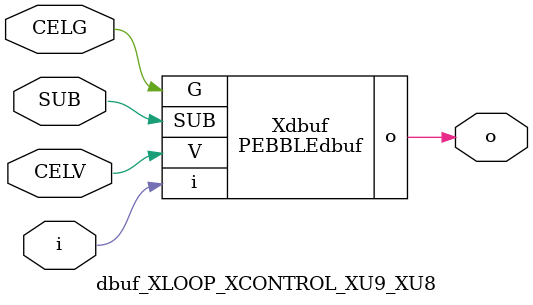
<source format=v>



module PEBBLEdbuf ( o, G, SUB, V, i );

  input V;
  input i;
  input G;
  output o;
  input SUB;
endmodule

//Celera Confidential Do Not Copy dbuf_XLOOP_XCONTROL_XU9_XU8
//Celera Confidential Symbol Generator
//Digital Buffer
module dbuf_XLOOP_XCONTROL_XU9_XU8 (CELV,CELG,i,o,SUB);
input CELV;
input CELG;
input i;
input SUB;
output o;

//Celera Confidential Do Not Copy dbuf
PEBBLEdbuf Xdbuf(
.V (CELV),
.i (i),
.o (o),
.SUB (SUB),
.G (CELG)
);
//,diesize,PEBBLEdbuf

//Celera Confidential Do Not Copy Module End
//Celera Schematic Generator
endmodule

</source>
